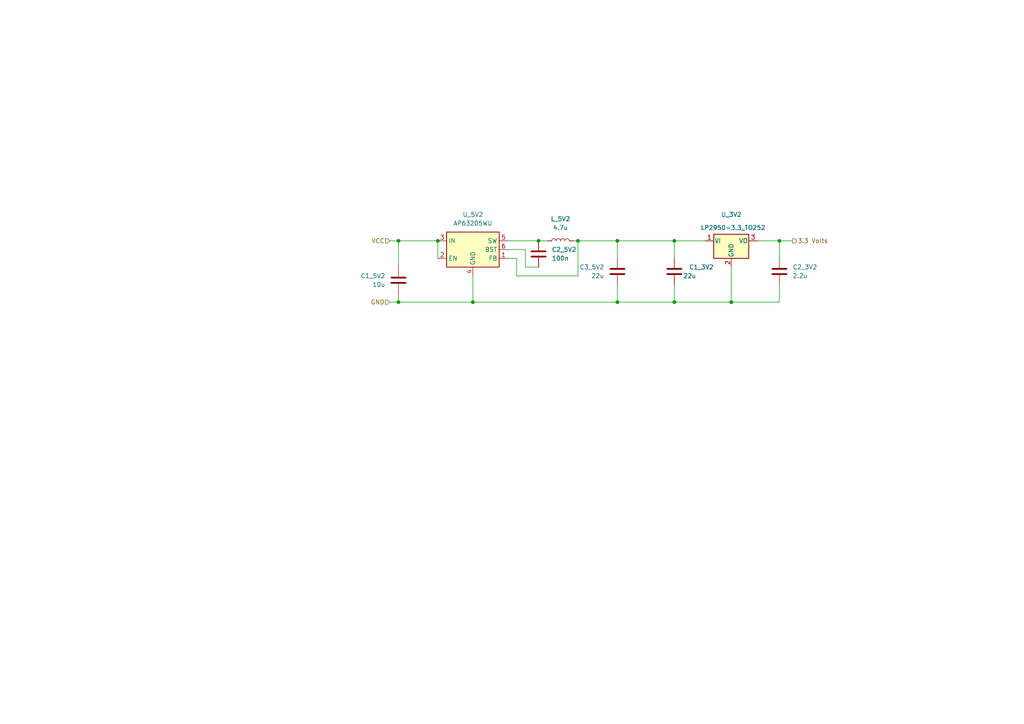
<source format=kicad_sch>
(kicad_sch (version 20211123) (generator eeschema)
  (paper "A4")
  (title_block (title "Channel 2 3.3 Volt Power Rail") (date "2022-09-12") (rev "1") (company "George Mason University") (comment 1 "drawn by the digital system should reduce power losses.") (comment 2 "voltage is VCC for the secondary side however the limited current") (comment 3 "peripherals for use by and for the secondary MCU. The input") (comment 4 "This the linear voltage regulator use for powering the digital"))
  (lib_symbols
    (symbol "Device:C" (pin_numbers hide) (pin_names (offset 0.254))
      (property "Reference" "C" (at 0.635 2.54 0))
      (property "Value" "C" (at 0.635 -2.54 0))
      (symbol "C_0_1"
        (polyline (pts (xy -2.032 -0.762) (xy 2.032 -0.762)) (stroke (width 0.508)))
        (polyline (pts (xy -2.032 0.762) (xy 2.032 0.762)) (stroke (width 0.508)))
      )
      (symbol "C_1_1"
        (pin passive line (at 0 3.81 270) (length 2.794) (name "~") (number "1"))
        (pin passive line (at 0 -3.81 90) (length 2.794) (name "~") (number "2"))
      )
    )
    (symbol "Device:L" (pin_numbers hide) (pin_names (offset 1.016) hide)
      (property "Reference" "L" (at -1.27 0 90))
      (property "Value" "L" (at 1.905 0 90))
      (symbol "L_0_1"
        (arc (start 0 -2.54) (mid 0.635 -1.905) (end 0 -1.27))
        (arc (start 0 -1.27) (mid 0.635 -0.635) (end 0 0))
        (arc (start 0 0) (mid 0.635 0.635) (end 0 1.27))
        (arc (start 0 1.27) (mid 0.635 1.905) (end 0 2.54))
      )
      (symbol "L_1_1"
        (pin passive line (at 0 3.81 270) (length 1.27) (name "1") (number "1"))
        (pin passive line (at 0 -3.81 90) (length 1.27) (name "2") (number "2"))
      )
    )
    (symbol "Regulator_Linear:LP2950-3.3_TO252" (pin_names (offset 0.254))
      (property "Reference" "U" (at -3.81 3.175 0))
      (property "Value" "LP2950-3.3_TO252" (at 0 3.175 0))
      (symbol "LP2950-3.3_TO252_0_1"
        (rectangle (start -5.08 1.905) (end 5.08 -5.08) (stroke (width 0.254)) (fill (type background)))
      )
      (symbol "LP2950-3.3_TO252_1_1"
        (pin power_in line (at -7.62 0 0) (length 2.54) (name "VI") (number "1"))
        (pin power_in line (at 0 -7.62 90) (length 2.54) (name "GND") (number "2"))
        (pin power_out line (at 7.62 0 180) (length 2.54) (name "VO") (number "3"))
      )
    )
    (symbol "Regulator_Switching:AP63205WU"
      (property "Reference" "U" (at -7.62 6.35 0))
      (property "Value" "AP63205WU" (at 2.54 6.35 0))
      (symbol "AP63205WU_0_1"
        (rectangle (start -7.62 5.08) (end 7.62 -5.08) (stroke (width 0.254)) (fill (type background)))
      )
      (symbol "AP63205WU_1_1"
        (pin input line (at 10.16 -2.54 180) (length 2.54) (name "FB") (number "1"))
        (pin input line (at -10.16 -2.54 0) (length 2.54) (name "EN") (number "2"))
        (pin power_in line (at -10.16 2.54 0) (length 2.54) (name "IN") (number "3"))
        (pin power_in line (at 0 -7.62 90) (length 2.54) (name "GND") (number "4"))
        (pin output line (at 10.16 2.54 180) (length 2.54) (name "SW") (number "5"))
        (pin passive line (at 10.16 0 180) (length 2.54) (name "BST") (number "6"))
      )
    )
  )
  (junction (at 127 69.85))
  (junction (at 195.58 69.85))
  (junction (at 212.09 87.63))
  (junction (at 115.57 69.85))
  (junction (at 167.64 69.85))
  (junction (at 195.58 87.63))
  (junction (at 226.06 69.85))
  (junction (at 137.16 87.63))
  (junction (at 179.07 69.85))
  (junction (at 115.57 87.63))
  (junction (at 179.07 87.63))
  (junction (at 156.21 69.85))
  (wire (pts (xy 167.64 69.85) (xy 167.64 80.01)))
  (wire (pts (xy 147.32 69.85) (xy 156.21 69.85)))
  (wire (pts (xy 195.58 69.85) (xy 195.58 74.93)))
  (wire (pts (xy 226.06 82.55) (xy 226.06 87.63)))
  (wire (pts (xy 115.57 85.09) (xy 115.57 87.63)))
  (wire (pts (xy 195.58 69.85) (xy 204.47 69.85)))
  (wire (pts (xy 226.06 69.85) (xy 226.06 74.93)))
  (wire (pts (xy 167.64 80.01) (xy 149.86 80.01)))
  (wire (pts (xy 226.06 69.85) (xy 229.87 69.85)))
  (wire (pts (xy 212.09 87.63) (xy 212.09 77.47)))
  (wire (pts (xy 137.16 80.01) (xy 137.16 87.63)))
  (wire (pts (xy 113.03 69.85) (xy 115.57 69.85)))
  (wire (pts (xy 195.58 87.63) (xy 212.09 87.63)))
  (wire (pts (xy 156.21 77.47) (xy 152.4 77.47)))
  (wire (pts (xy 179.07 69.85) (xy 179.07 74.93)))
  (wire (pts (xy 115.57 87.63) (xy 137.16 87.63)))
  (wire (pts (xy 149.86 80.01) (xy 149.86 74.93)))
  (wire (pts (xy 127 69.85) (xy 127 74.93)))
  (wire (pts (xy 179.07 69.85) (xy 195.58 69.85)))
  (wire (pts (xy 166.37 69.85) (xy 167.64 69.85)))
  (wire (pts (xy 167.64 69.85) (xy 179.07 69.85)))
  (wire (pts (xy 179.07 82.55) (xy 179.07 87.63)))
  (wire (pts (xy 195.58 82.55) (xy 195.58 87.63)))
  (wire (pts (xy 179.07 87.63) (xy 195.58 87.63)))
  (wire (pts (xy 152.4 77.47) (xy 152.4 72.39)))
  (wire (pts (xy 152.4 72.39) (xy 147.32 72.39)))
  (wire (pts (xy 115.57 69.85) (xy 127 69.85)))
  (wire (pts (xy 115.57 77.47) (xy 115.57 69.85)))
  (wire (pts (xy 149.86 74.93) (xy 147.32 74.93)))
  (wire (pts (xy 219.71 69.85) (xy 226.06 69.85)))
  (wire (pts (xy 113.03 87.63) (xy 115.57 87.63)))
  (wire (pts (xy 137.16 87.63) (xy 179.07 87.63)))
  (wire (pts (xy 226.06 87.63) (xy 212.09 87.63)))
  (wire (pts (xy 156.21 69.85) (xy 158.75 69.85)))
  (hierarchical_label "GND" (shape input) (at 113.03 87.63 180))
  (hierarchical_label "VCC" (shape input) (at 113.03 69.85 180))
  (hierarchical_label "3.3 Volts" (shape output) (at 229.87 69.85 0))
  (symbol (lib_id "Device:C") (at 156.21 73.66 0) (unit 1)
    (property "Reference" "C2_5V2" (at 160.02 72.3899 0) (effects (justify left)))
    (property "Value" "100n" (at 160.02 74.9299 0) (effects (justify left)))
    (property "Footprint" "Capacitor_SMD:C_0603_1608Metric" (effects hide))
  )
  (symbol (lib_id "Regulator_Switching:AP63205WU") (at 137.16 72.39 0) (unit 1)
    (property "Reference" "U_5V2" (at 137.16 62.23 0))
    (property "Value" "AP63205WU" (at 137.16 64.77 0))
    (property "Footprint" "Package_TO_SOT_SMD:TSOT-23-6" (effects hide))
    (property "Datasheet" "https://www.diodes.com/assets/Datasheets/AP63200-AP63201-AP63203-AP63205.pdf" (effects hide))
  )
  (symbol (lib_id "Device:C") (at 195.58 78.74 0) (mirror x) (unit 1)
    (property "Reference" "C1_3V2" (at 207.01 77.47 0) (effects (justify right)))
    (property "Value" "22u" (at 201.93 80.01 0) (effects (justify right)))
    (property "Footprint" "Capacitor_SMD:C_1210_3225Metric" (effects hide))
  )
  (symbol (lib_id "Regulator_Linear:LP2950-3.3_TO252") (at 212.09 69.85 0) (unit 1)
    (property "Reference" "U_3V2" (at 212.09 62.23 0))
    (property "Value" "LP2950-3.3_TO252" (at 203.2 66.04 0) (effects (justify left)))
    (property "Footprint" "Package_TO_SOT_SMD:TO-252-2" (effects hide))
    (property "Datasheet" "http://www.ti.com/lit/ds/symlink/lp2950.pdf" (effects hide))
  )
  (symbol (lib_id "Device:L") (at 162.56 69.85 90) (unit 1)
    (property "Reference" "L_5V2" (at 162.56 63.5 90))
    (property "Value" "4.7u" (at 162.56 66.04 90))
    (property "Footprint" "Inductor_SMD:L_Sumida_CDMC6D28_7.25x6.5mm" (effects hide))
  )
  (symbol (lib_id "Device:C") (at 179.07 78.74 0) (mirror x) (unit 1)
    (property "Reference" "C3_5V2" (at 175.26 77.4699 0) (effects (justify right)))
    (property "Value" "22u" (at 175.26 80.0099 0) (effects (justify right)))
    (property "Footprint" "Capacitor_SMD:C_1210_3225Metric" (effects hide))
  )
  (symbol (lib_id "Device:C") (at 226.06 78.74 0) (unit 1)
    (property "Reference" "C2_3V2" (at 229.87 77.4699 0) (effects (justify left)))
    (property "Value" "2.2u" (at 229.87 80.0099 0) (effects (justify left)))
    (property "Footprint" "Capacitor_SMD:C_0805_2012Metric" (effects hide))
  )
  (symbol (lib_id "Device:C") (at 115.57 81.28 0) (mirror x) (unit 1)
    (property "Reference" "C1_5V2" (at 111.76 80.0099 0) (effects (justify right)))
    (property "Value" "10u" (at 111.76 82.5499 0) (effects (justify right)))
    (property "Footprint" "Capacitor_SMD:C_1206_3216Metric" (effects hide))
  )
)
</source>
